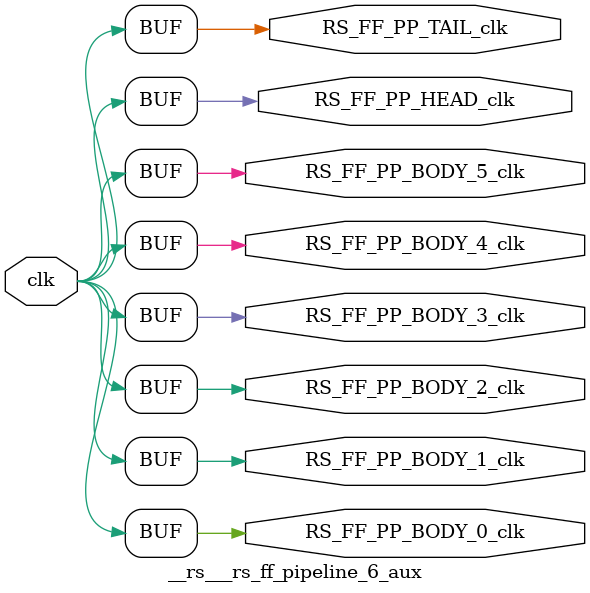
<source format=v>
`timescale 1 ns / 1 ps
module __rs___rs_ff_pipeline_6_aux #(
    parameter DATA_WIDTH      = 32,
    parameter HEAD_LEVEL      = 0,
    parameter BODY_LEVEL      = 6,
    parameter TAIL_LEVEL      = 0,
    parameter __HEAD_REGION   = "",
    parameter __BODY_0_REGION = "",
    parameter __BODY_1_REGION = "",
    parameter __BODY_2_REGION = "",
    parameter __BODY_3_REGION = "",
    parameter __BODY_4_REGION = "",
    parameter __BODY_5_REGION = "",
    parameter __TAIL_REGION   = ""
) (
    output wire RS_FF_PP_BODY_0_clk,
    output wire RS_FF_PP_BODY_1_clk,
    output wire RS_FF_PP_BODY_2_clk,
    output wire RS_FF_PP_BODY_3_clk,
    output wire RS_FF_PP_BODY_4_clk,
    output wire RS_FF_PP_BODY_5_clk,
    output wire RS_FF_PP_HEAD_clk,
    output wire RS_FF_PP_TAIL_clk,
    input wire  clk
);
  wire [DATA_WIDTH-1:0] body_dout_0;
  wire [DATA_WIDTH-1:0] body_dout_1;
  wire [DATA_WIDTH-1:0] body_dout_2;
  wire [DATA_WIDTH-1:0] body_dout_3;
  wire [DATA_WIDTH-1:0] body_dout_4;
  wire [DATA_WIDTH-1:0] body_dout_5;
  wire [DATA_WIDTH-1:0] body_dout_6;
  assign RS_FF_PP_HEAD_clk = clk;
  assign RS_FF_PP_BODY_0_clk = clk;
  assign RS_FF_PP_BODY_1_clk = clk;
  assign RS_FF_PP_BODY_2_clk = clk;
  assign RS_FF_PP_BODY_3_clk = clk;
  assign RS_FF_PP_BODY_4_clk = clk;
  assign RS_FF_PP_BODY_5_clk = clk;
  assign RS_FF_PP_TAIL_clk = clk;
endmodule
</source>
